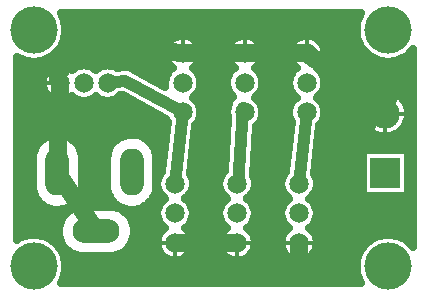
<source format=gbl>
G04 DipTrace 3.2.0.1*
G04 DynamixelMUXX3P.gbl*
%MOIN*%
G04 #@! TF.FileFunction,Copper,L2,Bot*
G04 #@! TF.Part,Single*
%AMOUTLINE0*
4,1,20,
0.03937,-0.039336,
0.037008,-0.052803,
0.030181,-0.064651,
0.019715,-0.073449,
0.00687,-0.078136,
-0.006803,-0.078148,
-0.019655,-0.073483,
-0.030136,-0.064703,
-0.036984,-0.052867,
-0.03937,-0.039404,
-0.03937,0.039336,
-0.037008,0.052803,
-0.030181,0.064651,
-0.019715,0.073449,
-0.00687,0.078136,
0.006803,0.078148,
0.019655,0.073483,
0.030136,0.064703,
0.036984,0.052867,
0.03937,0.039404,
0.03937,-0.039336,
0*%
%AMOUTLINE3*
4,1,20,
0.039336,0.03937,
0.052803,0.037008,
0.064651,0.030181,
0.073449,0.019715,
0.078136,0.00687,
0.078148,-0.006803,
0.073483,-0.019655,
0.064703,-0.030136,
0.052867,-0.036984,
0.039404,-0.03937,
-0.039336,-0.03937,
-0.052803,-0.037008,
-0.064651,-0.030181,
-0.073449,-0.019715,
-0.078136,-0.00687,
-0.078148,0.006803,
-0.073483,0.019655,
-0.064703,0.030136,
-0.052867,0.036984,
-0.039404,0.03937,
0.039336,0.03937,
0*%
G04 #@! TA.AperFunction,Conductor*
%ADD13C,0.06*%
%ADD14C,0.04*%
G04 #@! TA.AperFunction,CopperBalancing*
%ADD15C,0.025*%
%ADD16C,0.012992*%
G04 #@! TA.AperFunction,ComponentPad*
%ADD19R,0.098425X0.098425*%
%ADD20C,0.098425*%
%ADD21C,0.065199*%
G04 #@! TA.AperFunction,ViaPad*
%ADD22C,0.15748*%
G04 #@! TA.AperFunction,ComponentPad*
%ADD38OUTLINE0*%
%ADD41OUTLINE3*%
%FSLAX26Y26*%
G04*
G70*
G90*
G75*
G01*
G04 Bottom*
%LPD*%
X962874Y570276D2*
D13*
X1120293D1*
X1169567D1*
X988465Y1202126D2*
X1195158D1*
X1401851D1*
X580551Y1102362D2*
X568544Y1128701D1*
X646424Y1230213D1*
X988465Y1202126D1*
X1120293Y570276D2*
X1038544Y578701D1*
X1102701Y474789D1*
X1495605D1*
X1548544Y563701D1*
X1376260Y488701D1*
Y570276D1*
X580551Y1102362D2*
X570709Y805512D1*
X700630Y608662D1*
X1401851Y1202126D2*
X1426225Y1182441D1*
X1676530Y1064835D1*
X1663544Y1000551D1*
X1637314Y1026781D1*
X1525229Y817760D1*
X1548544Y563701D1*
X988465Y1005276D2*
D14*
X797087Y1111024D1*
X738032Y1102362D1*
X1169567Y767126D2*
X1173544Y758701D1*
X1188544Y1018701D1*
X1195158Y1005276D1*
X988465D2*
X962874Y767126D1*
X1401851Y1005276D2*
X1376260Y767126D1*
D22*
X491969Y492126D3*
X1673071D3*
Y1279528D3*
X491969D3*
X587457Y1328777D2*
D15*
X1577561D1*
X596822Y1303908D2*
X1568195D1*
X599693Y1279040D2*
X1565325D1*
X596607Y1254171D2*
X957985D1*
X1018964D2*
X1164678D1*
X1225657D2*
X1371370D1*
X1432350D2*
X1568446D1*
X586954Y1229302D2*
X933476D1*
X1043437D2*
X1140169D1*
X1250130D2*
X1346862D1*
X1456823D2*
X1578099D1*
X568187Y1204433D2*
X926909D1*
X1050004D2*
X1133602D1*
X1256697D2*
X1340295D1*
X1463390D2*
X1596867D1*
X438717Y1179565D2*
X456575D1*
X527351D2*
X931359D1*
X1045590D2*
X1138051D1*
X1252283D2*
X1344744D1*
X1458976D2*
X1637703D1*
X1708443D2*
X1754219D1*
X438717Y1154696D2*
X550591D1*
X610494D2*
X629357D1*
X689224D2*
X708087D1*
X815537D2*
X950736D1*
X1026213D2*
X1157429D1*
X1232905D2*
X1364122D1*
X1439598D2*
X1754219D1*
X438717Y1129827D2*
X525724D1*
X861684D2*
X932973D1*
X1043975D2*
X1139666D1*
X1250668D2*
X1346359D1*
X1457361D2*
X1754219D1*
X438717Y1104958D2*
X519013D1*
X906682D2*
X926873D1*
X1050040D2*
X1133566D1*
X1256733D2*
X1340259D1*
X1463426D2*
X1754219D1*
X438717Y1080089D2*
X523319D1*
X1045124D2*
X1138482D1*
X1251816D2*
X1345175D1*
X1458509D2*
X1754219D1*
X438717Y1055221D2*
X542410D1*
X776172D2*
X799448D1*
X1024741D2*
X1150754D1*
X1231434D2*
X1365557D1*
X1438127D2*
X1608673D1*
X1718419D2*
X1754219D1*
X438717Y1030352D2*
X844447D1*
X1044478D2*
X1139164D1*
X1251171D2*
X1345857D1*
X1457863D2*
X1591448D1*
X1735643D2*
X1754219D1*
X438717Y1005483D2*
X889446D1*
X1050040D2*
X1133566D1*
X1256733D2*
X1340259D1*
X1463426D2*
X1585491D1*
X1741600D2*
X1754219D1*
X438717Y980614D2*
X932256D1*
X1044657D2*
X1136975D1*
X1251350D2*
X1345642D1*
X1458043D2*
X1588003D1*
X1739088D2*
X1754219D1*
X438717Y955746D2*
X933870D1*
X1032385D2*
X1135575D1*
X1233695D2*
X1347256D1*
X1445770D2*
X1600025D1*
X1727067D2*
X1754219D1*
X438717Y930877D2*
X564084D1*
X577308D2*
X812151D1*
X825358D2*
X931215D1*
X1029729D2*
X1134176D1*
X1232295D2*
X1344601D1*
X1443115D2*
X1631423D1*
X1695668D2*
X1754219D1*
X438717Y906008D2*
X509145D1*
X632276D2*
X757177D1*
X880272D2*
X928524D1*
X1027074D2*
X1132777D1*
X1230896D2*
X1341910D1*
X1440460D2*
X1754219D1*
X438717Y881139D2*
X492639D1*
X648783D2*
X740670D1*
X896814D2*
X925868D1*
X1024382D2*
X1131377D1*
X1229497D2*
X1339254D1*
X1437768D2*
X1754219D1*
X438717Y856271D2*
X486395D1*
X655027D2*
X734426D1*
X903058D2*
X923177D1*
X1021727D2*
X1129978D1*
X1228097D2*
X1336563D1*
X1435113D2*
X1585348D1*
X1741743D2*
X1754219D1*
X438717Y831402D2*
X486036D1*
X655385D2*
X734067D1*
X903417D2*
X920522D1*
X1019036D2*
X1128578D1*
X1226698D2*
X1333907D1*
X1432422D2*
X1585348D1*
X1741743D2*
X1754219D1*
X438717Y806533D2*
X486036D1*
X655385D2*
X734067D1*
X903417D2*
X916323D1*
X1016380D2*
X1123016D1*
X1225298D2*
X1329709D1*
X1429766D2*
X1585348D1*
X1741743D2*
X1754219D1*
X438717Y781664D2*
X486036D1*
X655385D2*
X734067D1*
X1022660D2*
X1109775D1*
X1229353D2*
X1316468D1*
X1436046D2*
X1585348D1*
X1741743D2*
X1754219D1*
X438717Y756795D2*
X486251D1*
X655170D2*
X734283D1*
X1023557D2*
X1108878D1*
X1230250D2*
X1315571D1*
X1436943D2*
X1585348D1*
X1741743D2*
X1754219D1*
X438717Y731927D2*
X491813D1*
X649608D2*
X739881D1*
X897604D2*
X912914D1*
X1012828D2*
X1119607D1*
X1219521D2*
X1326300D1*
X1426214D2*
X1585348D1*
X1741743D2*
X1754219D1*
X438717Y707058D2*
X507315D1*
X634106D2*
X755347D1*
X882102D2*
X915426D1*
X1010316D2*
X1122119D1*
X1217009D2*
X1328812D1*
X1423702D2*
X1754219D1*
X438717Y682189D2*
X549407D1*
X592014D2*
X618197D1*
X783061D2*
X797439D1*
X839974D2*
X902831D1*
X1022911D2*
X1109524D1*
X1229604D2*
X1316216D1*
X1436297D2*
X1754219D1*
X438717Y657320D2*
X588593D1*
X812666D2*
X902400D1*
X1023378D2*
X1109093D1*
X1230071D2*
X1315786D1*
X1436764D2*
X1754219D1*
X438717Y632452D2*
X576141D1*
X825082D2*
X913704D1*
X1012038D2*
X1120396D1*
X1218731D2*
X1327089D1*
X1425424D2*
X1754219D1*
X438717Y607583D2*
X572624D1*
X828598D2*
X914565D1*
X1011213D2*
X1121258D1*
X1217906D2*
X1327951D1*
X1424599D2*
X1754219D1*
X548020Y582714D2*
X576859D1*
X824364D2*
X902615D1*
X1023127D2*
X1109308D1*
X1229819D2*
X1316001D1*
X1436512D2*
X1617034D1*
X1729112D2*
X1754219D1*
X576655Y557845D2*
X590208D1*
X811051D2*
X902615D1*
X1023127D2*
X1109308D1*
X1229819D2*
X1316001D1*
X1436512D2*
X1588398D1*
X591440Y532977D2*
X622790D1*
X778504D2*
X914529D1*
X1011213D2*
X1121222D1*
X1217906D2*
X1327915D1*
X1424599D2*
X1573578D1*
X598473Y508108D2*
X1566545D1*
X599334Y483239D2*
X1565719D1*
X594131Y458370D2*
X1570887D1*
X1597025Y879406D2*
X1739248D1*
Y727996D1*
X1587839D1*
Y879406D1*
X1597025D1*
X1739226Y998714D2*
X1738447Y989567D1*
X1736567Y980581D1*
X1733612Y971888D1*
X1729627Y963617D1*
X1724671Y955890D1*
X1718815Y948819D1*
X1712147Y942509D1*
X1704763Y937052D1*
X1696774Y932530D1*
X1688296Y929007D1*
X1679454Y926537D1*
X1670377Y925156D1*
X1661201Y924883D1*
X1652059Y925723D1*
X1643085Y927663D1*
X1634413Y930676D1*
X1626169Y934716D1*
X1618474Y939724D1*
X1611443Y945627D1*
X1605177Y952337D1*
X1599770Y959757D1*
X1595301Y967776D1*
X1591836Y976278D1*
X1589425Y985136D1*
X1588104Y994221D1*
X1587892Y1003400D1*
X1588793Y1012536D1*
X1590794Y1021496D1*
X1593864Y1030148D1*
X1597959Y1038365D1*
X1603019Y1046026D1*
X1608968Y1053018D1*
X1615720Y1059238D1*
X1623176Y1064596D1*
X1631225Y1069011D1*
X1639750Y1072420D1*
X1648624Y1074771D1*
X1657718Y1076032D1*
X1666897Y1076182D1*
X1676027Y1075220D1*
X1684974Y1073160D1*
X1693605Y1070032D1*
X1701795Y1065882D1*
X1709422Y1060771D1*
X1716374Y1054775D1*
X1722549Y1047981D1*
X1727856Y1040490D1*
X1732218Y1032412D1*
X1735569Y1023865D1*
X1737862Y1014975D1*
X1739061Y1005873D1*
X1739226Y998714D1*
X1047528Y1200289D2*
X1046844Y1192977D1*
X1045258Y1185806D1*
X1042795Y1178887D1*
X1039493Y1172327D1*
X1035402Y1166227D1*
X1030586Y1160682D1*
X1025120Y1155777D1*
X1021174Y1152921D1*
X1026842Y1148635D1*
X1033399Y1142078D1*
X1038849Y1134576D1*
X1043059Y1126314D1*
X1045924Y1117496D1*
X1047374Y1108337D1*
Y1099065D1*
X1045924Y1089906D1*
X1043059Y1081088D1*
X1038849Y1072826D1*
X1033399Y1065324D1*
X1026842Y1058767D1*
X1021134Y1054515D1*
X1026842Y1050210D1*
X1033399Y1043653D1*
X1038849Y1036151D1*
X1043059Y1027889D1*
X1045924Y1019071D1*
X1047374Y1009912D1*
Y1000640D1*
X1045924Y991481D1*
X1043059Y982662D1*
X1038849Y974400D1*
X1033399Y966899D1*
X1030765Y963773D1*
X1012995Y798402D1*
X1015525Y793953D1*
X1019074Y785387D1*
X1021239Y776370D1*
X1021966Y767126D1*
X1021239Y757882D1*
X1019074Y748866D1*
X1015525Y740299D1*
X1010681Y732393D1*
X1004658Y725342D1*
X997608Y719320D1*
X995543Y717940D1*
X1001251Y713635D1*
X1007808Y707078D1*
X1013258Y699576D1*
X1017468Y691314D1*
X1020333Y682496D1*
X1021784Y673337D1*
Y664065D1*
X1020333Y654906D1*
X1017468Y646088D1*
X1013258Y637826D1*
X1007808Y630324D1*
X1001251Y623767D1*
X995543Y619515D1*
X1000833Y615564D1*
X1006157Y610505D1*
X1010813Y604826D1*
X1014729Y598612D1*
X1017843Y591961D1*
X1020109Y584975D1*
X1021490Y577761D1*
X1021966Y570276D1*
X1021510Y562946D1*
X1020148Y555729D1*
X1017901Y548737D1*
X1014804Y542077D1*
X1010905Y535853D1*
X1006264Y530161D1*
X1000953Y525088D1*
X995053Y520714D1*
X988657Y517105D1*
X981862Y514318D1*
X974774Y512394D1*
X967502Y511365D1*
X960158Y511246D1*
X952857Y512039D1*
X945710Y513732D1*
X938829Y516297D1*
X932319Y519697D1*
X926280Y523878D1*
X920808Y528776D1*
X915985Y534315D1*
X911886Y540409D1*
X908575Y546964D1*
X906102Y553880D1*
X904507Y561049D1*
X903813Y568361D1*
X904032Y575702D1*
X905160Y582959D1*
X907179Y590020D1*
X910058Y596777D1*
X913753Y603124D1*
X918207Y608963D1*
X923351Y614205D1*
X929106Y618769D1*
X930171Y619486D1*
X924497Y623767D1*
X917940Y630324D1*
X912490Y637826D1*
X908280Y646088D1*
X905415Y654906D1*
X903965Y664065D1*
Y673337D1*
X905415Y682496D1*
X908280Y691314D1*
X912490Y699576D1*
X917940Y707078D1*
X924497Y713635D1*
X930205Y717887D1*
X924497Y722192D1*
X917940Y728749D1*
X912490Y736251D1*
X908280Y744513D1*
X905415Y753331D1*
X903965Y762490D1*
Y771762D1*
X905415Y780921D1*
X908280Y789740D1*
X912490Y798002D1*
X917940Y805503D1*
X920574Y808629D1*
X938344Y974000D1*
X934076Y982218D1*
X788303Y1062760D1*
X780862Y1061655D1*
X776409Y1057429D1*
X768907Y1051978D1*
X760645Y1047769D1*
X751826Y1044903D1*
X742668Y1043453D1*
X733395D1*
X724237Y1044903D1*
X715418Y1047769D1*
X707156Y1051978D1*
X699655Y1057429D1*
X698683Y1058327D1*
X694025Y1054556D1*
X686119Y1049711D1*
X677552Y1046163D1*
X668536Y1043998D1*
X659292Y1043271D1*
X650048Y1043998D1*
X641031Y1046163D1*
X632464Y1049711D1*
X624558Y1054556D1*
X619943Y1058327D1*
X614255Y1053825D1*
X607974Y1050019D1*
X601269Y1047022D1*
X594244Y1044879D1*
X587008Y1043624D1*
X579672Y1043277D1*
X572349Y1043843D1*
X565154Y1045312D1*
X558196Y1047663D1*
X551583Y1050858D1*
X545418Y1054850D1*
X539795Y1059575D1*
X534802Y1064961D1*
X530516Y1070925D1*
X527003Y1077374D1*
X524317Y1084210D1*
X522499Y1091326D1*
X521579Y1098612D1*
X521569Y1105956D1*
X522470Y1113245D1*
X524269Y1120366D1*
X526937Y1127209D1*
X530433Y1133667D1*
X534703Y1139643D1*
X539682Y1145042D1*
X545292Y1149782D1*
X551447Y1153790D1*
X558051Y1157003D1*
X565002Y1159372D1*
X572194Y1160860D1*
X579515Y1161445D1*
X586852Y1161117D1*
X594092Y1159882D1*
X601123Y1157758D1*
X607835Y1154778D1*
X614127Y1150989D1*
X619926Y1146424D1*
X624558Y1150169D1*
X632464Y1155014D1*
X641031Y1158562D1*
X650048Y1160727D1*
X659292Y1161454D1*
X668536Y1160727D1*
X677552Y1158562D1*
X686119Y1155014D1*
X694025Y1150169D1*
X698640Y1146398D1*
X703298Y1150169D1*
X711205Y1155014D1*
X719771Y1158562D1*
X728788Y1160727D1*
X738032Y1161454D1*
X747276Y1160727D1*
X756292Y1158562D1*
X764859Y1155014D1*
X767641Y1153695D1*
X793970Y1157411D1*
X801265Y1157328D1*
X808457Y1156104D1*
X815369Y1153771D1*
X827613Y1147274D1*
X930915Y1090194D1*
X929555Y1099065D1*
Y1108337D1*
X931006Y1117496D1*
X933871Y1126314D1*
X938081Y1134576D1*
X943531Y1142078D1*
X950088Y1148635D1*
X955796Y1152887D1*
X950446Y1156888D1*
X945128Y1161954D1*
X940480Y1167640D1*
X936573Y1173859D1*
X933467Y1180514D1*
X931211Y1187503D1*
X929839Y1194718D1*
X929373Y1202048D1*
X929820Y1209379D1*
X931172Y1216597D1*
X933410Y1223593D1*
X936498Y1230256D1*
X940389Y1236485D1*
X945022Y1242184D1*
X950327Y1247263D1*
X956220Y1251645D1*
X962612Y1255263D1*
X969403Y1258059D1*
X976489Y1259992D1*
X983759Y1261030D1*
X991102Y1261159D1*
X998405Y1260376D1*
X1005554Y1258693D1*
X1012439Y1256136D1*
X1018953Y1252745D1*
X1024997Y1248572D1*
X1030476Y1243682D1*
X1035307Y1238150D1*
X1039414Y1232061D1*
X1042733Y1225509D1*
X1045215Y1218597D1*
X1046820Y1211430D1*
X1047523Y1204120D1*
X1047528Y1200289D1*
X1254221D2*
X1253537Y1192977D1*
X1251951Y1185806D1*
X1249488Y1178887D1*
X1246186Y1172327D1*
X1242095Y1166227D1*
X1237279Y1160682D1*
X1231813Y1155777D1*
X1227867Y1152921D1*
X1233535Y1148635D1*
X1240091Y1142078D1*
X1245542Y1134576D1*
X1249751Y1126314D1*
X1252617Y1117496D1*
X1254067Y1108337D1*
Y1099065D1*
X1252617Y1089906D1*
X1249751Y1081088D1*
X1245542Y1072826D1*
X1240091Y1065324D1*
X1233535Y1058767D1*
X1227826Y1054515D1*
X1233535Y1050210D1*
X1240091Y1043653D1*
X1245542Y1036151D1*
X1249751Y1027889D1*
X1252617Y1019071D1*
X1254067Y1009912D1*
Y1000640D1*
X1252617Y991481D1*
X1249751Y982662D1*
X1245542Y974400D1*
X1240091Y966899D1*
X1233535Y960342D1*
X1231386Y958648D1*
X1222218Y793953D1*
X1225767Y785387D1*
X1227931Y776370D1*
X1228659Y767126D1*
X1227931Y757882D1*
X1225767Y748866D1*
X1222218Y740299D1*
X1217373Y732393D1*
X1211351Y725342D1*
X1204300Y719320D1*
X1202236Y717940D1*
X1207944Y713635D1*
X1214501Y707078D1*
X1219951Y699576D1*
X1224161Y691314D1*
X1227026Y682496D1*
X1228477Y673337D1*
Y664065D1*
X1227026Y654906D1*
X1224161Y646088D1*
X1219951Y637826D1*
X1214501Y630324D1*
X1207944Y623767D1*
X1202236Y619515D1*
X1207526Y615564D1*
X1212850Y610505D1*
X1217506Y604826D1*
X1221422Y598612D1*
X1224536Y591961D1*
X1226802Y584975D1*
X1228183Y577761D1*
X1228659Y570276D1*
X1228203Y562946D1*
X1226840Y555729D1*
X1224594Y548737D1*
X1221497Y542077D1*
X1217598Y535853D1*
X1212957Y530161D1*
X1207645Y525088D1*
X1201746Y520714D1*
X1195349Y517105D1*
X1188555Y514318D1*
X1181467Y512394D1*
X1174195Y511365D1*
X1166851Y511246D1*
X1159550Y512039D1*
X1152403Y513732D1*
X1145522Y516297D1*
X1139012Y519697D1*
X1132973Y523878D1*
X1127501Y528776D1*
X1122678Y534315D1*
X1118579Y540409D1*
X1115268Y546964D1*
X1112795Y553880D1*
X1111200Y561049D1*
X1110506Y568361D1*
X1110725Y575702D1*
X1111852Y582959D1*
X1113872Y590020D1*
X1116751Y596777D1*
X1120446Y603124D1*
X1124900Y608963D1*
X1130044Y614205D1*
X1135799Y618769D1*
X1136864Y619486D1*
X1131190Y623767D1*
X1124633Y630324D1*
X1119183Y637826D1*
X1114973Y646088D1*
X1112108Y654906D1*
X1110657Y664065D1*
Y673337D1*
X1112108Y682496D1*
X1114973Y691314D1*
X1119183Y699576D1*
X1124633Y707078D1*
X1131190Y713635D1*
X1136898Y717887D1*
X1131190Y722192D1*
X1124633Y728749D1*
X1119183Y736251D1*
X1114973Y744513D1*
X1112108Y753331D1*
X1110657Y762490D1*
Y771762D1*
X1112108Y780921D1*
X1114973Y789740D1*
X1119183Y798002D1*
X1124633Y805503D1*
X1129926Y810891D1*
X1139717Y984843D1*
X1137699Y991481D1*
X1136248Y1000640D1*
Y1009912D1*
X1137699Y1019071D1*
X1140564Y1027889D1*
X1142639Y1032340D1*
X1144185Y1038885D1*
X1146910Y1045653D1*
X1150659Y1051911D1*
X1155352Y1057516D1*
X1153373Y1061917D1*
X1147351Y1068968D1*
X1142506Y1076874D1*
X1138958Y1085441D1*
X1136793Y1094457D1*
X1136066Y1103701D1*
X1136793Y1112945D1*
X1138958Y1121961D1*
X1142506Y1130528D1*
X1147351Y1138434D1*
X1153373Y1145485D1*
X1160424Y1151507D1*
X1162489Y1152887D1*
X1157139Y1156888D1*
X1151821Y1161954D1*
X1147173Y1167640D1*
X1143266Y1173859D1*
X1140160Y1180514D1*
X1137904Y1187503D1*
X1136532Y1194718D1*
X1136066Y1202048D1*
X1136513Y1209379D1*
X1137865Y1216597D1*
X1140103Y1223593D1*
X1143191Y1230256D1*
X1147082Y1236485D1*
X1151715Y1242184D1*
X1157020Y1247263D1*
X1162913Y1251645D1*
X1169305Y1255263D1*
X1176096Y1258059D1*
X1183182Y1259992D1*
X1190452Y1261030D1*
X1197795Y1261159D1*
X1205098Y1260376D1*
X1212247Y1258693D1*
X1219132Y1256136D1*
X1225646Y1252745D1*
X1231690Y1248572D1*
X1237169Y1243682D1*
X1242000Y1238150D1*
X1246106Y1232061D1*
X1249426Y1225509D1*
X1251908Y1218597D1*
X1253513Y1211430D1*
X1254216Y1204120D1*
X1254221Y1200289D1*
X1460914D2*
X1460230Y1192977D1*
X1458644Y1185806D1*
X1456181Y1178887D1*
X1452878Y1172327D1*
X1448788Y1166227D1*
X1443972Y1160682D1*
X1438506Y1155777D1*
X1434560Y1152921D1*
X1440228Y1148635D1*
X1446784Y1142078D1*
X1452235Y1134576D1*
X1456444Y1126314D1*
X1459310Y1117496D1*
X1460760Y1108337D1*
Y1099065D1*
X1459310Y1089906D1*
X1456444Y1081088D1*
X1452235Y1072826D1*
X1446784Y1065324D1*
X1440228Y1058767D1*
X1434519Y1054515D1*
X1440228Y1050210D1*
X1446784Y1043653D1*
X1452235Y1036151D1*
X1456444Y1027889D1*
X1459310Y1019071D1*
X1460760Y1009912D1*
Y1000640D1*
X1459310Y991481D1*
X1456444Y982662D1*
X1452235Y974400D1*
X1446784Y966899D1*
X1444151Y963773D1*
X1426381Y798402D1*
X1428911Y793953D1*
X1432460Y785387D1*
X1434624Y776370D1*
X1435352Y767126D1*
X1434624Y757882D1*
X1432460Y748866D1*
X1428911Y740299D1*
X1424066Y732393D1*
X1418044Y725342D1*
X1410993Y719320D1*
X1408929Y717940D1*
X1414637Y713635D1*
X1421194Y707078D1*
X1426644Y699576D1*
X1430854Y691314D1*
X1433719Y682496D1*
X1435170Y673337D1*
Y664065D1*
X1433719Y654906D1*
X1430854Y646088D1*
X1426644Y637826D1*
X1421194Y630324D1*
X1414637Y623767D1*
X1408929Y619515D1*
X1414219Y615564D1*
X1419543Y610505D1*
X1424199Y604826D1*
X1428115Y598612D1*
X1431229Y591961D1*
X1433495Y584975D1*
X1434876Y577761D1*
X1435352Y570276D1*
X1434896Y562946D1*
X1433533Y555729D1*
X1431286Y548737D1*
X1428190Y542077D1*
X1424291Y535853D1*
X1419650Y530161D1*
X1414338Y525088D1*
X1408439Y520714D1*
X1402042Y517105D1*
X1395248Y514318D1*
X1388160Y512394D1*
X1380888Y511365D1*
X1373544Y511246D1*
X1366243Y512039D1*
X1359096Y513732D1*
X1352215Y516297D1*
X1345704Y519697D1*
X1339666Y523878D1*
X1334193Y528776D1*
X1329370Y534315D1*
X1325272Y540409D1*
X1321961Y546964D1*
X1319488Y553880D1*
X1317893Y561049D1*
X1317199Y568361D1*
X1317418Y575702D1*
X1318545Y582959D1*
X1320564Y590020D1*
X1323444Y596777D1*
X1327139Y603124D1*
X1331593Y608963D1*
X1336737Y614205D1*
X1342492Y618769D1*
X1343557Y619486D1*
X1337883Y623767D1*
X1331326Y630324D1*
X1325876Y637826D1*
X1321666Y646088D1*
X1318801Y654906D1*
X1317350Y664065D1*
Y673337D1*
X1318801Y682496D1*
X1321666Y691314D1*
X1325876Y699576D1*
X1331326Y707078D1*
X1337883Y713635D1*
X1343591Y717887D1*
X1337883Y722192D1*
X1331326Y728749D1*
X1325876Y736251D1*
X1321666Y744513D1*
X1318801Y753331D1*
X1317350Y762490D1*
Y771762D1*
X1318801Y780921D1*
X1321666Y789740D1*
X1325876Y798002D1*
X1331326Y805503D1*
X1333960Y808629D1*
X1351730Y974000D1*
X1349199Y978449D1*
X1345651Y987015D1*
X1343486Y996032D1*
X1342759Y1005276D1*
X1343486Y1014520D1*
X1345651Y1023536D1*
X1349199Y1032103D1*
X1354044Y1040009D1*
X1360066Y1047060D1*
X1367117Y1053082D1*
X1369182Y1054462D1*
X1363474Y1058767D1*
X1356917Y1065324D1*
X1351467Y1072826D1*
X1347257Y1081088D1*
X1344391Y1089906D1*
X1342941Y1099065D1*
Y1108337D1*
X1344391Y1117496D1*
X1347257Y1126314D1*
X1351467Y1134576D1*
X1356917Y1142078D1*
X1363474Y1148635D1*
X1369182Y1152887D1*
X1363832Y1156888D1*
X1358514Y1161954D1*
X1353866Y1167640D1*
X1349958Y1173859D1*
X1346853Y1180514D1*
X1344597Y1187503D1*
X1343225Y1194718D1*
X1342759Y1202048D1*
X1343205Y1209379D1*
X1344558Y1216597D1*
X1346796Y1223593D1*
X1349884Y1230256D1*
X1353775Y1236485D1*
X1358408Y1242184D1*
X1363713Y1247263D1*
X1369606Y1251645D1*
X1375998Y1255263D1*
X1382789Y1258059D1*
X1389874Y1259992D1*
X1397145Y1261030D1*
X1404488Y1261159D1*
X1411791Y1260376D1*
X1418940Y1258693D1*
X1425825Y1256136D1*
X1432339Y1252745D1*
X1438383Y1248572D1*
X1443862Y1243682D1*
X1448693Y1238150D1*
X1452799Y1232061D1*
X1456119Y1225509D1*
X1458601Y1218597D1*
X1460205Y1211430D1*
X1460909Y1204120D1*
X1460914Y1200289D1*
X596877Y483870D2*
X595905Y475664D1*
X594293Y467560D1*
X592051Y459608D1*
X589191Y451856D1*
X585731Y444352D1*
X581066Y436203D1*
X1583906Y436201D1*
X1579308Y444352D1*
X1575849Y451856D1*
X1572989Y459608D1*
X1570746Y467560D1*
X1569134Y475664D1*
X1568163Y483870D1*
X1567839Y492126D1*
X1568163Y500383D1*
X1569134Y508588D1*
X1570746Y516692D1*
X1572989Y524645D1*
X1575849Y532397D1*
X1579308Y539901D1*
X1583346Y547110D1*
X1587936Y553980D1*
X1593052Y560469D1*
X1598661Y566537D1*
X1604728Y572145D1*
X1611217Y577261D1*
X1618087Y581851D1*
X1625297Y585889D1*
X1632800Y589348D1*
X1640553Y592208D1*
X1648505Y594451D1*
X1656609Y596063D1*
X1664815Y597034D1*
X1673071Y597358D1*
X1681328Y597034D1*
X1689533Y596063D1*
X1697637Y594451D1*
X1705590Y592208D1*
X1713342Y589348D1*
X1720846Y585889D1*
X1728055Y581851D1*
X1734925Y577261D1*
X1741414Y572145D1*
X1747482Y566537D1*
X1753090Y560469D1*
X1756707Y555881D1*
X1756713Y1215672D1*
X1747482Y1205117D1*
X1741414Y1199509D1*
X1734925Y1194393D1*
X1728055Y1189803D1*
X1720846Y1185765D1*
X1713342Y1182306D1*
X1705590Y1179446D1*
X1697637Y1177203D1*
X1689533Y1175591D1*
X1681328Y1174620D1*
X1673071Y1174295D1*
X1664815Y1174620D1*
X1656609Y1175591D1*
X1648505Y1177203D1*
X1640553Y1179446D1*
X1632800Y1182306D1*
X1625297Y1185765D1*
X1618087Y1189803D1*
X1611217Y1194393D1*
X1604728Y1199509D1*
X1598661Y1205117D1*
X1593052Y1211185D1*
X1587936Y1217674D1*
X1583346Y1224544D1*
X1579308Y1231753D1*
X1575849Y1239257D1*
X1572989Y1247009D1*
X1570746Y1254962D1*
X1569134Y1263066D1*
X1568163Y1271271D1*
X1567839Y1279528D1*
X1568163Y1287784D1*
X1569134Y1295990D1*
X1570746Y1304094D1*
X1572989Y1312046D1*
X1575849Y1319798D1*
X1579308Y1327302D1*
X1583973Y1335451D1*
X581086Y1335453D1*
X585731Y1327302D1*
X589191Y1319798D1*
X592051Y1312046D1*
X594293Y1304094D1*
X595905Y1295990D1*
X596877Y1287784D1*
X597201Y1279528D1*
X596877Y1271271D1*
X595905Y1263066D1*
X594293Y1254962D1*
X592051Y1247009D1*
X589191Y1239257D1*
X585731Y1231753D1*
X581694Y1224544D1*
X577103Y1217674D1*
X571988Y1211185D1*
X566379Y1205117D1*
X560312Y1199509D1*
X553823Y1194393D1*
X546952Y1189803D1*
X539743Y1185765D1*
X532239Y1182306D1*
X524487Y1179446D1*
X516535Y1177203D1*
X508431Y1175591D1*
X500225Y1174620D1*
X491969Y1174295D1*
X483712Y1174620D1*
X475507Y1175591D1*
X467403Y1177203D1*
X459450Y1179446D1*
X451698Y1182306D1*
X444194Y1185765D1*
X436207Y1190323D1*
X436201Y581395D1*
X444194Y585889D1*
X451698Y589348D1*
X459450Y592208D1*
X467403Y594451D1*
X475507Y596063D1*
X483712Y597034D1*
X491969Y597358D1*
X500225Y597034D1*
X508431Y596063D1*
X516535Y594451D1*
X524487Y592208D1*
X532239Y589348D1*
X539743Y585889D1*
X546952Y581851D1*
X553823Y577261D1*
X560312Y572145D1*
X566379Y566537D1*
X571988Y560469D1*
X577103Y553980D1*
X581694Y547110D1*
X585731Y539901D1*
X589191Y532397D1*
X592051Y524645D1*
X594293Y516692D1*
X595905Y508588D1*
X596877Y500383D1*
X597201Y492126D1*
X596877Y483870D1*
X822994Y930868D2*
X828729Y930401D1*
X839282Y928401D1*
X849483Y925042D1*
X859160Y920382D1*
X868146Y914500D1*
X876289Y907497D1*
X883449Y899492D1*
X889505Y890621D1*
X894352Y881037D1*
X896940Y874019D1*
X899357Y864616D1*
X900662Y854997D1*
X900933Y839637D1*
X900706Y756784D1*
X899504Y747215D1*
X898276Y741574D1*
X894922Y731438D1*
X890285Y721822D1*
X884442Y712886D1*
X877493Y704781D1*
X869553Y697644D1*
X860756Y691594D1*
X851250Y686733D1*
X841196Y683143D1*
X830761Y680884D1*
X819386Y679983D1*
X808673Y680609D1*
X798131Y682625D1*
X787943Y685997D1*
X778280Y690666D1*
X769307Y696555D1*
X763564Y701350D1*
X756786Y708289D1*
X750863Y715969D1*
X745647Y724749D1*
X743148Y730015D1*
X739599Y740143D1*
X737398Y750648D1*
X736716Y758072D1*
X736579Y798954D1*
X736823Y854714D1*
X738094Y864392D1*
X740494Y873855D1*
X742456Y879411D1*
X747117Y889149D1*
X753015Y898191D1*
X760049Y906381D1*
X768097Y913577D1*
X777019Y919655D1*
X786662Y924510D1*
X796858Y928058D1*
X807432Y930237D1*
X814887Y930892D1*
X819812Y931002D1*
X575092Y930860D2*
X585301Y929686D1*
X592624Y928052D1*
X601329Y925117D1*
X611064Y920450D1*
X620103Y914546D1*
X628289Y907508D1*
X635480Y899456D1*
X641553Y890530D1*
X646402Y880884D1*
X649944Y870686D1*
X652117Y860111D1*
X652885Y848823D1*
X652648Y756556D1*
X651414Y746936D1*
X648901Y737037D1*
X646949Y731545D1*
X642305Y721870D1*
X636440Y712881D1*
X629455Y704734D1*
X621469Y697565D1*
X612616Y691497D1*
X603049Y686634D1*
X596035Y684030D1*
X586647Y681594D1*
X577039Y680267D1*
X571338Y679983D1*
X560625Y680609D1*
X550083Y682625D1*
X539895Y685997D1*
X530232Y690667D1*
X521259Y696555D1*
X513130Y703562D1*
X505982Y711567D1*
X499938Y720435D1*
X495100Y730015D1*
X491550Y740143D1*
X489350Y750648D1*
X488668Y758068D1*
X488531Y798954D1*
X488775Y854714D1*
X490046Y864392D1*
X492446Y873855D1*
X494408Y879411D1*
X499069Y889149D1*
X504967Y898191D1*
X509751Y903946D1*
X516724Y910778D1*
X524450Y916745D1*
X533287Y921991D1*
X538614Y924510D1*
X548810Y928057D1*
X559384Y930237D1*
X569671Y931003D1*
X575092Y930860D1*
X825980Y604754D2*
X825536Y598961D1*
X823568Y588346D1*
X820225Y578081D1*
X815564Y568343D1*
X809666Y559301D1*
X802632Y551111D1*
X794584Y543915D1*
X785662Y537837D1*
X776019Y532982D1*
X765823Y529435D1*
X755249Y527255D1*
X743925Y526480D1*
X651821Y526706D1*
X642172Y527925D1*
X635356Y529468D1*
X626721Y532385D1*
X617017Y537035D1*
X608004Y542912D1*
X599835Y549916D1*
X592652Y557927D1*
X586576Y566808D1*
X581713Y576407D1*
X578145Y586558D1*
X575933Y597089D1*
X575113Y608091D1*
X575747Y618794D1*
X577767Y629323D1*
X581140Y639500D1*
X585807Y649152D1*
X591690Y658115D1*
X598689Y666237D1*
X606684Y673380D1*
X615540Y679423D1*
X625107Y684262D1*
X635222Y687817D1*
X642520Y689472D1*
X652136Y690649D1*
X666532Y690858D1*
X749536Y690625D1*
X759182Y689391D1*
X769106Y686873D1*
X774620Y684911D1*
X784315Y680249D1*
X793317Y674360D1*
X801472Y667346D1*
X808642Y659327D1*
X814703Y650440D1*
X819550Y640837D1*
X823102Y630683D1*
X825297Y620153D1*
X825972Y612702D1*
X826095Y607777D1*
X1663544Y1076220D2*
D16*
Y924883D1*
X1587875Y1000551D2*
X1739212D1*
X988465Y1261182D2*
Y1202126D1*
X929409D2*
X1047521D1*
X962874Y570276D2*
Y511220D1*
X903818Y570276D2*
X1021930D1*
X1195158Y1261182D2*
Y1202126D1*
X1136102D2*
X1254214D1*
X1169567Y570276D2*
Y511220D1*
X1110511Y570276D2*
X1228623D1*
X1401851Y1261182D2*
Y1202126D1*
X1342795D2*
X1460907D1*
X1376260Y570276D2*
Y511220D1*
X1317204Y570276D2*
X1435316D1*
X580551Y1161418D2*
Y1043306D1*
X521495Y1102362D2*
X580551D1*
D38*
X818740Y805512D3*
X570709D3*
D41*
X700630Y608662D3*
D19*
X1663544Y803701D3*
D20*
Y1000551D3*
D21*
X988465Y1202126D3*
Y1103701D3*
Y1005276D3*
X962874Y570276D3*
Y668701D3*
Y767126D3*
X1195158Y1202126D3*
Y1103701D3*
Y1005276D3*
X1169567Y570276D3*
Y668701D3*
Y767126D3*
X1401851Y1202126D3*
Y1103701D3*
Y1005276D3*
X1376260Y570276D3*
Y668701D3*
Y767126D3*
X580551Y1102362D3*
X659292D3*
X738032D3*
M02*

</source>
